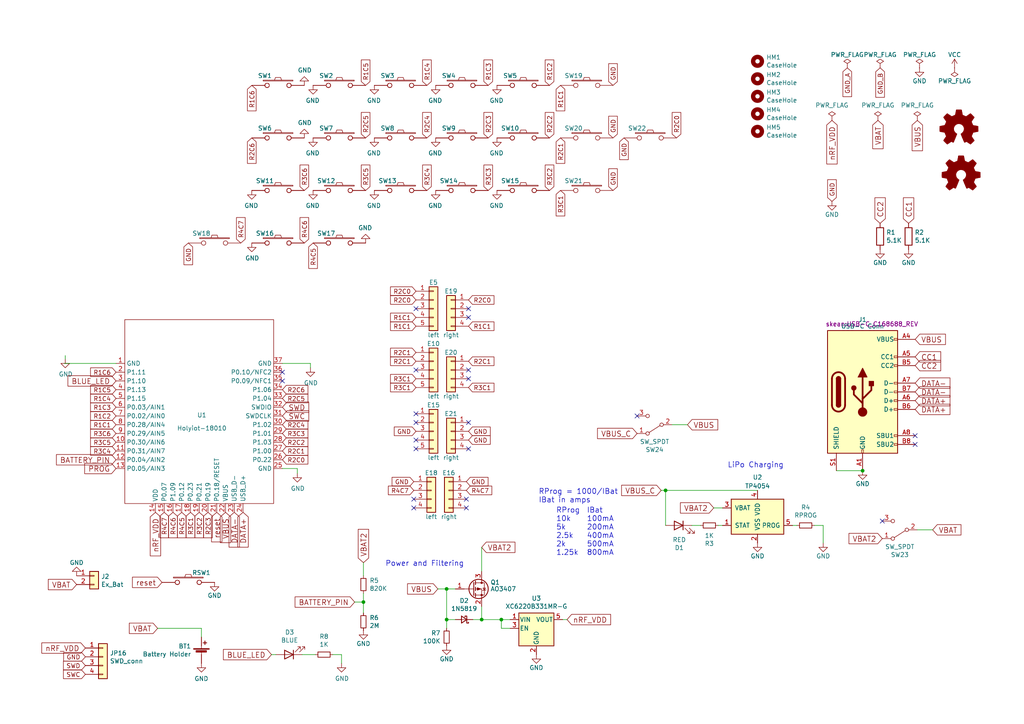
<source format=kicad_sch>
(kicad_sch (version 20211123) (generator eeschema)
  (paper "A4")
  (title_block (title "jorian") (date "22 07 2017"))
  (lib_symbols
    (symbol "Battery_Management:MCP73831-3-OT" (pin_names (offset 1.016))
      (property "Reference" "U" (at -7.62 6.35 0))
      (property "Value" "MCP73831-3-OT" (at 1.27 6.35 0))
      (symbol "MCP73831-3-OT_1_1"
        (pin output line (at 10.16 -2.54 180) (length 2.54) (name "STAT") (number "1"))
        (pin power_in line (at 0 -7.62 90) (length 2.54) (name "VSS") (number "2"))
        (pin power_out line (at 10.16 2.54 180) (length 2.54) (name "VBAT") (number "3"))
        (pin power_in line (at 0 7.62 270) (length 2.54) (name "VDD") (number "4"))
        (pin input line (at -10.16 -2.54 0) (length 2.54) (name "PROG") (number "5"))
      )
    )
    (symbol "Connector:USB_C_Receptacle_USB2.0" (pin_names (offset 1.016))
      (property "Reference" "J" (at -10.16 19.05 0))
      (property "Value" "USB_C_Receptacle_USB2.0" (at 19.05 19.05 0))
      (symbol "USB_C_Receptacle_USB2.0_1_1"
        (pin passive line (at 0 -22.86 90) (length 5.08) (name "GND") (number "A1"))
        (pin passive line (at 0 -22.86 90) (length 5.08) hide (name "GND") (number "A12"))
        (pin passive line (at 15.24 15.24 180) (length 5.08) (name "VBUS") (number "A4"))
        (pin bidirectional line (at 15.24 10.16 180) (length 5.08) (name "CC1") (number "A5"))
        (pin bidirectional line (at 15.24 -2.54 180) (length 5.08) (name "D+") (number "A6"))
        (pin bidirectional line (at 15.24 2.54 180) (length 5.08) (name "D-") (number "A7"))
        (pin bidirectional line (at 15.24 -12.7 180) (length 5.08) (name "SBU1") (number "A8"))
        (pin passive line (at 15.24 15.24 180) (length 5.08) hide (name "VBUS") (number "A9"))
        (pin passive line (at 0 -22.86 90) (length 5.08) hide (name "GND") (number "B1"))
        (pin passive line (at 0 -22.86 90) (length 5.08) hide (name "GND") (number "B12"))
        (pin passive line (at 15.24 15.24 180) (length 5.08) hide (name "VBUS") (number "B4"))
        (pin bidirectional line (at 15.24 7.62 180) (length 5.08) (name "CC2") (number "B5"))
        (pin bidirectional line (at 15.24 -5.08 180) (length 5.08) (name "D+") (number "B6"))
        (pin bidirectional line (at 15.24 0 180) (length 5.08) (name "D-") (number "B7"))
        (pin bidirectional line (at 15.24 -15.24 180) (length 5.08) (name "SBU2") (number "B8"))
        (pin passive line (at 15.24 15.24 180) (length 5.08) hide (name "VBUS") (number "B9"))
        (pin passive line (at -7.62 -22.86 90) (length 5.08) (name "SHIELD") (number "S1"))
      )
    )
    (symbol "Connector_Generic:Conn_01x02" (pin_names (offset 1.016) hide)
      (property "Reference" "J" (at 0 2.54 0))
      (property "Value" "Conn_01x02" (at 0 -5.08 0))
      (symbol "Conn_01x02_1_1"
        (pin passive line (at -5.08 0 0) (length 3.81) (name "Pin_1") (number "1"))
        (pin passive line (at -5.08 -2.54 0) (length 3.81) (name "Pin_2") (number "2"))
      )
    )
    (symbol "Connector_Generic:Conn_01x04" (pin_names (offset 1.016) hide)
      (property "Reference" "J" (at 0 5.08 0))
      (property "Value" "Conn_01x04" (at 0 -7.62 0))
      (symbol "Conn_01x04_1_1"
        (pin passive line (at -5.08 2.54 0) (length 3.81) (name "Pin_1") (number "1"))
        (pin passive line (at -5.08 0 0) (length 3.81) (name "Pin_2") (number "2"))
        (pin passive line (at -5.08 -2.54 0) (length 3.81) (name "Pin_3") (number "3"))
        (pin passive line (at -5.08 -5.08 0) (length 3.81) (name "Pin_4") (number "4"))
      )
    )
    (symbol "Connector_Generic:Conn_01x05" (pin_names (offset 1.016) hide)
      (property "Reference" "J" (at 0 7.62 0))
      (property "Value" "Conn_01x05" (at 0 -7.62 0))
      (symbol "Conn_01x05_1_1"
        (pin passive line (at -5.08 5.08 0) (length 3.81) (name "Pin_1") (number "1"))
        (pin passive line (at -5.08 2.54 0) (length 3.81) (name "Pin_2") (number "2"))
        (pin passive line (at -5.08 0 0) (length 3.81) (name "Pin_3") (number "3"))
        (pin passive line (at -5.08 -2.54 0) (length 3.81) (name "Pin_4") (number "4"))
        (pin passive line (at -5.08 -5.08 0) (length 3.81) (name "Pin_5") (number "5"))
      )
    )
    (symbol "Device:Battery_Cell" (pin_numbers hide) (pin_names (offset 0) hide)
      (property "Reference" "BT" (at 2.54 2.54 0))
      (property "Value" "Battery_Cell" (at 2.54 0 0))
      (symbol "Battery_Cell_1_1"
        (pin passive line (at 0 5.08 270) (length 2.54) (name "+") (number "1"))
        (pin passive line (at 0 -2.54 90) (length 2.54) (name "-") (number "2"))
      )
    )
    (symbol "Device:D_Schottky_Small" (pin_numbers hide) (pin_names (offset 0.254) hide)
      (property "Reference" "D" (at -1.27 2.032 0))
      (property "Value" "D_Schottky_Small" (at -7.112 -2.032 0))
      (symbol "D_Schottky_Small_1_1"
        (pin passive line (at -2.54 0 0) (length 1.778) (name "K") (number "1"))
        (pin passive line (at 2.54 0 180) (length 1.778) (name "A") (number "2"))
      )
    )
    (symbol "Device:LED" (pin_numbers hide) (pin_names (offset 1.016) hide)
      (property "Reference" "D" (at 0 2.54 0))
      (property "Value" "LED" (at 0 -2.54 0))
      (symbol "LED_1_1"
        (pin passive line (at -3.81 0 0) (length 2.54) (name "K") (number "1"))
        (pin passive line (at 3.81 0 180) (length 2.54) (name "A") (number "2"))
      )
    )
    (symbol "Device:Q_PMOS_GSD" (pin_names (offset 0) hide)
      (property "Reference" "Q" (at 5.08 1.27 0))
      (property "Value" "Q_PMOS_GSD" (at 5.08 -1.27 0))
      (symbol "Q_PMOS_GSD_1_1"
        (pin input line (at -5.08 0 0) (length 2.54) (name "G") (number "1"))
        (pin passive line (at 2.54 -5.08 90) (length 2.54) (name "S") (number "2"))
        (pin passive line (at 2.54 5.08 270) (length 2.54) (name "D") (number "3"))
      )
    )
    (symbol "Device:R" (pin_numbers hide) (pin_names (offset 0))
      (property "Reference" "R" (at 2.032 0 90))
      (property "Value" "R" (at 0 0 90))
      (symbol "R_1_1"
        (pin passive line (at 0 3.81 270) (length 1.27) (name "~") (number "1"))
        (pin passive line (at 0 -3.81 90) (length 1.27) (name "~") (number "2"))
      )
    )
    (symbol "Device:R_Small" (pin_numbers hide) (pin_names (offset 0.254) hide)
      (property "Reference" "R" (at 0.762 0.508 0))
      (property "Value" "R_Small" (at 0.762 -1.016 0))
      (symbol "R_Small_1_1"
        (pin passive line (at 0 2.54 270) (length 0.762) (name "~") (number "1"))
        (pin passive line (at 0 -2.54 90) (length 0.762) (name "~") (number "2"))
      )
    )
    (symbol "Graphic:Logo_Open_Hardware_Small" (pin_names (offset 1.016)))
    (symbol "Mechanical:MountingHole" (pin_names (offset 1.016))
      (property "Reference" "H" (at 0 5.08 0))
      (property "Value" "MountingHole" (at 0 3.175 0))
    )
    (symbol "Regulator_Linear:AP2112K-3.3" (pin_names (offset 0.254))
      (property "Reference" "U" (at -5.08 5.715 0))
      (property "Value" "AP2112K-3.3" (at 0 5.715 0))
      (symbol "AP2112K-3.3_1_1"
        (pin power_in line (at -7.62 2.54 0) (length 2.54) (name "VIN") (number "1"))
        (pin power_in line (at 0 -7.62 90) (length 2.54) (name "GND") (number "2"))
        (pin input line (at -7.62 0 0) (length 2.54) (name "EN") (number "3"))
        (pin no_connect line (at 5.08 0 180) (length 2.54) hide (name "NC") (number "4"))
        (pin power_out line (at 7.62 2.54 180) (length 2.54) (name "VOUT") (number "5"))
      )
    )
    (symbol "Switch:SW_SPDT" (pin_names (offset 0) hide)
      (property "Reference" "SW" (at 0 4.318 0))
      (property "Value" "SW_SPDT" (at 0 -5.08 0))
      (symbol "SW_SPDT_1_1"
        (pin passive line (at 5.08 2.54 180) (length 2.54) (name "A") (number "1"))
        (pin passive line (at -5.08 0 0) (length 2.54) (name "B") (number "2"))
        (pin passive line (at 5.08 -2.54 180) (length 2.54) (name "C") (number "3"))
      )
    )
    (symbol "kbd:SW_PUSH" (pin_numbers hide) (pin_names (offset 1.016) hide)
      (property "Reference" "SW" (at 3.81 2.794 0))
      (property "Value" "SW_PUSH" (at 0 -2.032 0))
      (symbol "SW_PUSH_0_1"
        (pin passive inverted (at -7.62 0 0) (length 5.08) (name "1") (number "1"))
        (pin passive inverted (at 7.62 0 180) (length 5.08) (name "2") (number "2"))
      )
    )
    (symbol "kbd_wl:HOLYIOT-18010-NRF52840_Simple"
      (property "Reference" "U1" (at 0 31.75 0))
      (property "Value" "HOLYIOT-18010-NRF52840_Simple" (at 0 29.21 0))
      (symbol "HOLYIOT-18010-NRF52840_Simple_1_1"
        (pin power_in line (at -24.13 15.24 0) (length 2.54) (name "GND") (number "1"))
        (pin input line (at -24.13 -7.62 0) (length 2.54) (name "P0.30/AIN6") (number "10"))
        (pin input line (at -24.13 -10.16 0) (length 2.54) (name "P0.31/AIN7") (number "11"))
        (pin input line (at -24.13 -12.7 0) (length 2.54) (name "P0.04/AIN2") (number "12"))
        (pin input line (at -24.13 -15.24 0) (length 2.54) (name "P0.05/AIN3") (number "13"))
        (pin power_in line (at -12.7 -27.94 90) (length 2.54) (name "VDD") (number "14"))
        (pin input line (at -10.16 -27.94 90) (length 2.54) (name "P0.07") (number "15"))
        (pin input line (at -7.62 -27.94 90) (length 2.54) (name "P1.09") (number "16"))
        (pin input line (at -5.08 -27.94 90) (length 2.54) (name "P0.12") (number "17"))
        (pin input line (at -2.54 -27.94 90) (length 2.54) (name "P0.23") (number "18"))
        (pin input line (at 0 -27.94 90) (length 2.54) (name "P0.21") (number "19"))
        (pin input line (at -24.13 12.7 0) (length 2.54) (name "P1.11") (number "2"))
        (pin input line (at 2.54 -27.94 90) (length 2.54) (name "P0.19") (number "20"))
        (pin input line (at 5.08 -27.94 90) (length 2.54) (name "P0.18/RESET") (number "21"))
        (pin power_in line (at 7.62 -27.94 90) (length 2.54) (name "VBUS") (number "22"))
        (pin input line (at 10.16 -27.94 90) (length 2.54) (name "USB_D-") (number "23"))
        (pin input line (at 12.7 -27.94 90) (length 2.54) (name "USB_D+") (number "24"))
        (pin power_in line (at 24.13 -15.24 180) (length 2.54) (name "GND") (number "25"))
        (pin input line (at 24.13 -12.7 180) (length 2.54) (name "P0.22") (number "26"))
        (pin input line (at 24.13 -10.16 180) (length 2.54) (name "P1.00") (number "27"))
        (pin input line (at 24.13 -7.62 180) (length 2.54) (name "P1.03") (number "28"))
        (pin input line (at 24.13 -5.08 180) (length 2.54) (name "P1.01") (number "29"))
        (pin input line (at -24.13 10.16 0) (length 2.54) (name "P1.10") (number "3"))
        (pin input line (at 24.13 -2.54 180) (length 2.54) (name "P1.02") (number "30"))
        (pin input line (at 24.13 0 180) (length 2.54) (name "SWDCLK") (number "31"))
        (pin input line (at 24.13 2.54 180) (length 2.54) (name "SWDIO") (number "32"))
        (pin input line (at 24.13 5.08 180) (length 2.54) (name "P1.04") (number "33"))
        (pin input line (at 24.13 7.62 180) (length 2.54) (name "P1.06") (number "34"))
        (pin input line (at 24.13 10.16 180) (length 2.54) (name "P0.09/NFC1") (number "35"))
        (pin input line (at 24.13 12.7 180) (length 2.54) (name "P0.10/NFC2") (number "36"))
        (pin power_in line (at 24.13 15.24 180) (length 2.54) (name "GND") (number "37"))
        (pin input line (at -24.13 7.62 0) (length 2.54) (name "P1.13") (number "4"))
        (pin input line (at -24.13 5.08 0) (length 2.54) (name "P1.15") (number "5"))
        (pin input line (at -24.13 2.54 0) (length 2.54) (name "P0.03/AIN1") (number "6"))
        (pin input line (at -24.13 0 0) (length 2.54) (name "P0.02/AIN0") (number "7"))
        (pin input line (at -24.13 -2.54 0) (length 2.54) (name "P0.28/AIN4") (number "8"))
        (pin input line (at -24.13 -5.08 0) (length 2.54) (name "P0.29/AIN5") (number "9"))
      )
    )
    (symbol "power:GND" (power) (pin_names (offset 0))
      (property "Value" "GND" (at 0 -3.81 0))
      (symbol "GND_1_1"
        (pin power_in line (at 0 0 270) (length 0) hide (name "GND") (number "1"))
      )
    )
    (symbol "power:PWR_FLAG" (power) (pin_numbers hide) (pin_names (offset 0) hide)
      (property "Value" "PWR_FLAG" (at 0 3.81 0))
      (symbol "PWR_FLAG_0_0"
        (pin power_out line (at 0 0 90) (length 0) (name "pwr") (number "1"))
      )
    )
    (symbol "power:VCC" (power) (pin_names (offset 0))
      (property "Value" "VCC" (at 0 3.81 0))
      (symbol "VCC_1_1"
        (pin power_in line (at 0 0 90) (length 0) hide (name "VCC") (number "1"))
      )
    )
  )
  (junction (at 139.7 179.705))
  (junction (at 105.41 174.625))
  (junction (at 250.19 136.525))
  (junction (at 193.04 142.24))
  (junction (at 145.415 179.705))
  (junction (at 129.54 170.815))
  (junction (at 129.54 179.705))
  (no_connect (at 81.915 107.95))
  (no_connect (at 184.785 120.65))
  (no_connect (at 81.915 110.49))
  (no_connect (at 120.65 120.015))
  (no_connect (at 120.65 122.555))
  (no_connect (at 120.65 127.635))
  (no_connect (at 120.65 130.175))
  (no_connect (at 135.89 122.555))
  (no_connect (at 135.89 130.175))
  (no_connect (at 255.905 151.13))
  (no_connect (at 265.43 128.905))
  (no_connect (at 265.43 126.365))
  (no_connect (at 120.65 89.535))
  (no_connect (at 135.89 89.535))
  (no_connect (at 135.89 92.075))
  (no_connect (at 120.015 144.78))
  (no_connect (at 120.015 147.32))
  (no_connect (at 135.255 144.78))
  (no_connect (at 135.255 147.32))
  (no_connect (at 120.65 107.315))
  (no_connect (at 135.89 107.315))
  (no_connect (at 135.89 109.855))
  (wire (pts (xy 129.54 179.705) (xy 132.08 179.705)))
  (wire (pts (xy 90.043 106.68) (xy 90.043 105.41)))
  (wire (pts (xy 236.22 152.4) (xy 238.76 152.4)))
  (wire (pts (xy 58.42 182.245) (xy 58.42 184.785)))
  (wire (pts (xy 194.945 123.19) (xy 199.39 123.19)))
  (wire (pts (xy 129.54 182.245) (xy 129.54 179.705)))
  (wire (pts (xy 147.955 182.245) (xy 145.415 182.245)))
  (wire (pts (xy 229.87 152.4) (xy 231.14 152.4)))
  (wire (pts (xy 145.415 179.705) (xy 147.955 179.705)))
  (wire (pts (xy 105.41 163.195) (xy 105.41 167.005)))
  (wire (pts (xy 193.04 142.24) (xy 191.77 142.24)))
  (wire (pts (xy 81.915 105.41) (xy 90.043 105.41)))
  (wire (pts (xy 266.065 153.67) (xy 270.51 153.67)))
  (wire (pts (xy 18.923 103.124) (xy 18.923 104.14)))
  (wire (pts (xy 78.74 189.865) (xy 80.01 189.865)))
  (wire (pts (xy 33.655 105.41) (xy 18.669 105.41)))
  (wire (pts (xy 238.76 157.48) (xy 238.76 152.4)))
  (wire (pts (xy 207.01 147.32) (xy 209.55 147.32)))
  (wire (pts (xy 200.66 152.4) (xy 203.2 152.4)))
  (wire (pts (xy 242.57 136.525) (xy 250.19 136.525)))
  (wire (pts (xy 99.06 192.405) (xy 99.06 189.865)))
  (wire (pts (xy 137.16 179.705) (xy 139.7 179.705)))
  (wire (pts (xy 193.04 142.24) (xy 193.04 152.4)))
  (wire (pts (xy 208.28 152.4) (xy 209.55 152.4)))
  (wire (pts (xy 105.41 174.625) (xy 105.41 177.8)))
  (wire (pts (xy 145.415 182.245) (xy 145.415 179.705)))
  (wire (pts (xy 127 170.815) (xy 129.54 170.815)))
  (wire (pts (xy 139.7 158.75) (xy 139.7 165.735)))
  (wire (pts (xy 87.63 189.865) (xy 91.44 189.865)))
  (wire (pts (xy 163.195 179.705) (xy 164.465 179.705)))
  (wire (pts (xy 86.233 135.89) (xy 86.233 137.287)))
  (wire (pts (xy 105.41 172.085) (xy 105.41 174.625)))
  (wire (pts (xy 193.04 142.24) (xy 219.71 142.24)))
  (wire (pts (xy 139.7 175.895) (xy 139.7 179.705)))
  (wire (pts (xy 96.52 189.865) (xy 99.06 189.865)))
  (wire (pts (xy 139.7 179.705) (xy 145.415 179.705)))
  (wire (pts (xy 129.54 179.705) (xy 129.54 170.815)))
  (wire (pts (xy 81.915 135.89) (xy 86.233 135.89)))
  (wire (pts (xy 102.87 174.625) (xy 105.41 174.625)))
  (wire (pts (xy 129.54 170.815) (xy 132.08 170.815)))
  (wire (pts (xy 45.72 182.245) (xy 58.42 182.245)))
  (text "Power and Filtering" (at 111.76 164.465 0) (effects (font (size 1.524 1.524)) (justify left bottom)))
  (text "IBat\n100mA\n200mA\n400mA\n500mA\n800mA" (at 170.18 161.29 0) (effects (font (size 1.524 1.524)) (justify left bottom)))
  (text "RProg\n10k\n5k\n2.5k\n2k\n1.25k" (at 161.29 161.29 0) (effects (font (size 1.524 1.524)) (justify left bottom)))
  (text "LiPo Charging\n" (at 227.33 135.89 180) (effects (font (size 1.524 1.524)) (justify right bottom)))
  (text "RProg = 1000/IBat\nIBat in amps" (at 156.21 146.05 0) (effects (font (size 1.524 1.524)) (justify left bottom)))
  (global_label "VBUS" (shape input) (at 65.405 148.59 270) (effects (font (size 1.524 1.524))) (property "Intersheet References" "${INTERSHEET_REFS}" (effects hide)))
  (global_label "VBAT" (shape input) (at 22.225 169.545 180) (effects (font (size 1.524 1.524))) (property "Intersheet References" "${INTERSHEET_REFS}" (effects hide)))
  (global_label "R4C7" (shape input) (at 120.015 142.24 180) (property "Intersheet References" "${INTERSHEET_REFS}" (effects hide)))
  (global_label "GND" (shape input) (at 241.3 58.42 90) (property "Intersheet References" "${INTERSHEET_REFS}" (effects hide)))
  (global_label "R1C2" (shape input) (at 33.655 120.65 180) (property "Intersheet References" "${INTERSHEET_REFS}" (effects hide)))
  (global_label "GND" (shape input) (at 54.61 70.485 270) (property "Intersheet References" "${INTERSHEET_REFS}" (effects hide)))
  (global_label "BLUE_LED" (shape input) (at 78.74 189.865 180) (effects (font (size 1.524 1.524))) (property "Intersheet References" "${INTERSHEET_REFS}" (effects hide)))
  (global_label "VBUS" (shape input) (at 266.065 34.925 270) (effects (font (size 1.524 1.524))) (property "Intersheet References" "${INTERSHEET_REFS}" (effects hide)))
  (global_label "R2C5" (shape input) (at 81.915 115.57 0) (property "Intersheet References" "${INTERSHEET_REFS}" (effects hide)))
  (global_label "SWD" (shape input) (at 24.765 193.04 180) (property "Intersheet References" "${INTERSHEET_REFS}" (effects hide)))
  (global_label "R1C3" (shape input) (at 33.655 118.11 180) (property "Intersheet References" "${INTERSHEET_REFS}" (effects hide)))
  (global_label "DATA+" (shape input) (at 265.43 118.745 0) (effects (font (size 1.524 1.524))) (property "Intersheet References" "${INTERSHEET_REFS}" (effects hide)))
  (global_label "DATA-" (shape input) (at 67.945 148.59 270) (effects (font (size 1.524 1.524))) (property "Intersheet References" "${INTERSHEET_REFS}" (effects hide)))
  (global_label "R2C2" (shape input) (at 81.915 128.27 0) (property "Intersheet References" "${INTERSHEET_REFS}" (effects hide)))
  (global_label "CC1" (shape input) (at 263.525 64.77 90) (effects (font (size 1.524 1.524))) (property "Intersheet References" "${INTERSHEET_REFS}" (effects hide)))
  (global_label "R3C1" (shape input) (at 120.65 112.395 180) (property "Intersheet References" "${INTERSHEET_REFS}" (effects hide)))
  (global_label "CC1" (shape input) (at 265.43 103.505 0) (effects (font (size 1.524 1.524))) (property "Intersheet References" "${INTERSHEET_REFS}" (effects hide)))
  (global_label "R1C4" (shape input) (at 123.825 24.765 90) (property "Intersheet References" "${INTERSHEET_REFS}" (effects hide)))
  (global_label "R3C1" (shape input) (at 162.56 55.245 270) (property "Intersheet References" "${INTERSHEET_REFS}" (effects hide)))
  (global_label "R4C7" (shape input) (at 47.625 148.59 270) (property "Intersheet References" "${INTERSHEET_REFS}" (effects hide)))
  (global_label "R3C1" (shape input) (at 135.89 112.395 0) (property "Intersheet References" "${INTERSHEET_REFS}" (effects hide)))
  (global_label "R1C5" (shape input) (at 33.655 113.03 180) (property "Intersheet References" "${INTERSHEET_REFS}" (effects hide)))
  (global_label "R1C1" (shape input) (at 120.65 92.075 180) (property "Intersheet References" "${INTERSHEET_REFS}" (effects hide)))
  (global_label "R2C1" (shape input) (at 81.915 130.81 0) (property "Intersheet References" "${INTERSHEET_REFS}" (effects hide)))
  (global_label "GND" (shape input) (at 177.8 24.765 90) (property "Intersheet References" "${INTERSHEET_REFS}" (effects hide)))
  (global_label "VBAT" (shape input) (at 254.635 34.925 270) (effects (font (size 1.524 1.524))) (property "Intersheet References" "${INTERSHEET_REFS}" (effects hide)))
  (global_label "R1C6" (shape input) (at 33.655 107.95 180) (property "Intersheet References" "${INTERSHEET_REFS}" (effects hide)))
  (global_label "R1C6" (shape input) (at 73.025 24.765 270) (property "Intersheet References" "${INTERSHEET_REFS}" (effects hide)))
  (global_label "R2C3" (shape input) (at 141.605 40.005 90) (property "Intersheet References" "${INTERSHEET_REFS}" (effects hide)))
  (global_label "VBAT2" (shape input) (at 207.01 147.32 180) (effects (font (size 1.524 1.524))) (property "Intersheet References" "${INTERSHEET_REFS}" (effects hide)))
  (global_label "R3C4" (shape input) (at 33.655 130.81 180) (property "Intersheet References" "${INTERSHEET_REFS}" (effects hide)))
  (global_label "VBUS_C" (shape input) (at 184.785 125.73 180) (effects (font (size 1.524 1.524))) (property "Intersheet References" "${INTERSHEET_REFS}" (effects hide)))
  (global_label "R1C4" (shape input) (at 33.655 115.57 180) (property "Intersheet References" "${INTERSHEET_REFS}" (effects hide)))
  (global_label "DATA+" (shape input) (at 70.485 148.59 270) (effects (font (size 1.524 1.524))) (property "Intersheet References" "${INTERSHEET_REFS}" (effects hide)))
  (global_label "VBUS" (shape input) (at 265.43 98.425 0) (effects (font (size 1.524 1.524))) (property "Intersheet References" "${INTERSHEET_REFS}" (effects hide)))
  (global_label "reset" (shape input) (at 62.865 148.59 270) (effects (font (size 1.524 1.524))) (property "Intersheet References" "${INTERSHEET_REFS}" (effects hide)))
  (global_label "SWD" (shape input) (at 81.915 118.11 0) (effects (font (size 1.524 1.524))) (property "Intersheet References" "${INTERSHEET_REFS}" (effects hide)))
  (global_label "R3C3" (shape input) (at 141.605 55.245 90) (property "Intersheet References" "${INTERSHEET_REFS}" (effects hide)))
  (global_label "R4C5" (shape input) (at 52.705 148.59 270) (property "Intersheet References" "${INTERSHEET_REFS}" (effects hide)))
  (global_label "GND" (shape input) (at 135.89 125.095 0) (property "Intersheet References" "${INTERSHEET_REFS}" (effects hide)))
  (global_label "R2C6" (shape input) (at 73.025 40.005 270) (property "Intersheet References" "${INTERSHEET_REFS}" (effects hide)))
  (global_label "R1C1" (shape input) (at 135.89 94.615 0) (property "Intersheet References" "${INTERSHEET_REFS}" (effects hide)))
  (global_label "GND" (shape input) (at 135.255 139.7 0) (property "Intersheet References" "${INTERSHEET_REFS}" (effects hide)))
  (global_label "R4C7" (shape input) (at 69.85 70.485 90) (property "Intersheet References" "${INTERSHEET_REFS}" (effects hide)))
  (global_label "R1C2" (shape input) (at 159.385 24.765 90) (property "Intersheet References" "${INTERSHEET_REFS}" (effects hide)))
  (global_label "R2C0" (shape input) (at 81.915 133.35 0) (property "Intersheet References" "${INTERSHEET_REFS}" (effects hide)))
  (global_label "VBAT" (shape input) (at 45.72 182.245 180) (effects (font (size 1.524 1.524))) (property "Intersheet References" "${INTERSHEET_REFS}" (effects hide)))
  (global_label "SWC" (shape input) (at 81.915 120.65 0) (effects (font (size 1.524 1.524))) (property "Intersheet References" "${INTERSHEET_REFS}" (effects hide)))
  (global_label "R3C5" (shape input) (at 106.045 55.245 90) (property "Intersheet References" "${INTERSHEET_REFS}" (effects hide)))
  (global_label "nRF_VDD" (shape input) (at 241.3 34.925 270) (effects (font (size 1.524 1.524))) (property "Intersheet References" "${INTERSHEET_REFS}" (effects hide)))
  (global_label "GND_B" (shape input) (at 255.27 19.685 270) (property "Intersheet References" "${INTERSHEET_REFS}" (effects hide)))
  (global_label "R2C0" (shape input) (at 120.65 84.455 180) (property "Intersheet References" "${INTERSHEET_REFS}" (effects hide)))
  (global_label "BATTERY_PIN" (shape input) (at 33.655 133.35 180) (effects (font (size 1.524 1.524))) (property "Intersheet References" "${INTERSHEET_REFS}" (effects hide)))
  (global_label "R4C6" (shape input) (at 50.165 148.59 270) (property "Intersheet References" "${INTERSHEET_REFS}" (effects hide)))
  (global_label "R2C5" (shape input) (at 106.045 40.005 90) (property "Intersheet References" "${INTERSHEET_REFS}" (effects hide)))
  (global_label "R2C1" (shape input) (at 120.65 104.775 180) (property "Intersheet References" "${INTERSHEET_REFS}" (effects hide)))
  (global_label "nRF_VDD" (shape input) (at 24.765 187.96 180) (effects (font (size 1.524 1.524))) (property "Intersheet References" "${INTERSHEET_REFS}" (effects hide)))
  (global_label "R2C6" (shape input) (at 81.915 113.03 0) (property "Intersheet References" "${INTERSHEET_REFS}" (effects hide)))
  (global_label "VBAT2" (shape input) (at 139.7 158.75 0) (effects (font (size 1.524 1.524))) (property "Intersheet References" "${INTERSHEET_REFS}" (effects hide)))
  (global_label "GND_A" (shape input) (at 245.745 19.685 270) (property "Intersheet References" "${INTERSHEET_REFS}" (effects hide)))
  (global_label "VBAT2" (shape input) (at 105.41 163.195 90) (effects (font (size 1.524 1.524))) (property "Intersheet References" "${INTERSHEET_REFS}" (effects hide)))
  (global_label "R4C6" (shape input) (at 88.265 70.485 90) (property "Intersheet References" "${INTERSHEET_REFS}" (effects hide)))
  (global_label "VBAT" (shape input) (at 270.51 153.67 0) (effects (font (size 1.524 1.524))) (property "Intersheet References" "${INTERSHEET_REFS}" (effects hide)))
  (global_label "BLUE_LED" (shape input) (at 33.655 110.49 180) (effects (font (size 1.524 1.524))) (property "Intersheet References" "${INTERSHEET_REFS}" (effects hide)))
  (global_label "GND" (shape input) (at 120.015 139.7 180) (property "Intersheet References" "${INTERSHEET_REFS}" (effects hide)))
  (global_label "SWC" (shape input) (at 24.765 195.58 180) (property "Intersheet References" "${INTERSHEET_REFS}" (effects hide)))
  (global_label "R3C3" (shape input) (at 81.915 125.73 0) (property "Intersheet References" "${INTERSHEET_REFS}" (effects hide)))
  (global_label "R3C1" (shape input) (at 55.245 148.59 270) (property "Intersheet References" "${INTERSHEET_REFS}" (effects hide)))
  (global_label "CC2" (shape input) (at 265.43 106.045 0) (effects (font (size 1.524 1.524))) (property "Intersheet References" "${INTERSHEET_REFS}" (effects hide)))
  (global_label "R1C1" (shape input) (at 162.56 24.765 270) (property "Intersheet References" "${INTERSHEET_REFS}" (effects hide)))
  (global_label "VBUS" (shape input) (at 127 170.815 180) (effects (font (size 1.524 1.524))) (property "Intersheet References" "${INTERSHEET_REFS}" (effects hide)))
  (global_label "R1C1" (shape input) (at 33.655 123.19 180) (property "Intersheet References" "${INTERSHEET_REFS}" (effects hide)))
  (global_label "R2C0" (shape input) (at 196.215 40.005 90) (property "Intersheet References" "${INTERSHEET_REFS}" (effects hide)))
  (global_label "VBUS_C" (shape input) (at 191.77 142.24 180) (effects (font (size 1.524 1.524))) (property "Intersheet References" "${INTERSHEET_REFS}" (effects hide)))
  (global_label "R3C6" (shape input) (at 33.655 125.73 180) (property "Intersheet References" "${INTERSHEET_REFS}" (effects hide)))
  (global_label "VBAT2" (shape input) (at 255.905 156.21 180) (effects (font (size 1.524 1.524))) (property "Intersheet References" "${INTERSHEET_REFS}" (effects hide)))
  (global_label "R2C2" (shape input) (at 159.385 40.005 90) (property "Intersheet References" "${INTERSHEET_REFS}" (effects hide)))
  (global_label "BATTERY_PIN" (shape input) (at 102.87 174.625 180) (effects (font (size 1.524 1.524))) (property "Intersheet References" "${INTERSHEET_REFS}" (effects hide)))
  (global_label "GND" (shape input) (at 180.975 40.005 270) (property "Intersheet References" "${INTERSHEET_REFS}" (effects hide)))
  (global_label "R2C4" (shape input) (at 81.915 123.19 0) (property "Intersheet References" "${INTERSHEET_REFS}" (effects hide)))
  (global_label "GND" (shape input) (at 177.8 55.245 90) (property "Intersheet References" "${INTERSHEET_REFS}" (effects hide)))
  (global_label "CC2" (shape input) (at 255.27 64.77 90) (effects (font (size 1.524 1.524))) (property "Intersheet References" "${INTERSHEET_REFS}" (effects hide)))
  (global_label "R2C1" (shape input) (at 162.56 40.005 270) (property "Intersheet References" "${INTERSHEET_REFS}" (effects hide)))
  (global_label "R1C5" (shape input) (at 106.045 24.765 90) (property "Intersheet References" "${INTERSHEET_REFS}" (effects hide)))
  (global_label "GND" (shape input) (at 135.89 127.635 0) (property "Intersheet References" "${INTERSHEET_REFS}" (effects hide)))
  (global_label "VBUS" (shape input) (at 199.39 123.19 0) (effects (font (size 1.524 1.524))) (property "Intersheet References" "${INTERSHEET_REFS}" (effects hide)))
  (global_label "R1C1" (shape input) (at 120.65 94.615 180) (property "Intersheet References" "${INTERSHEET_REFS}" (effects hide)))
  (global_label "R3C1" (shape input) (at 120.65 109.855 180) (property "Intersheet References" "${INTERSHEET_REFS}" (effects hide)))
  (global_label "R1C3" (shape input) (at 141.605 24.765 90) (property "Intersheet References" "${INTERSHEET_REFS}" (effects hide)))
  (global_label "R4C7" (shape input) (at 135.255 142.24 0) (property "Intersheet References" "${INTERSHEET_REFS}" (effects hide)))
  (global_label "GND" (shape input) (at 24.765 190.5 180) (property "Intersheet References" "${INTERSHEET_REFS}" (effects hide)))
  (global_label "R3C2" (shape input) (at 159.385 55.245 90) (property "Intersheet References" "${INTERSHEET_REFS}" (effects hide)))
  (global_label "DATA+" (shape input) (at 265.43 116.205 0) (effects (font (size 1.524 1.524))) (property "Intersheet References" "${INTERSHEET_REFS}" (effects hide)))
  (global_label "R2C3" (shape input) (at 60.325 148.59 270) (property "Intersheet References" "${INTERSHEET_REFS}" (effects hide)))
  (global_label "GND" (shape input) (at 177.8 40.005 90) (property "Intersheet References" "${INTERSHEET_REFS}" (effects hide)))
  (global_label "R2C4" (shape input) (at 123.825 40.005 90) (property "Intersheet References" "${INTERSHEET_REFS}" (effects hide)))
  (global_label "R2C0" (shape input) (at 120.65 86.995 180) (property "Intersheet References" "${INTERSHEET_REFS}" (effects hide)))
  (global_label "R2C1" (shape input) (at 120.65 102.235 180) (property "Intersheet References" "${INTERSHEET_REFS}" (effects hide)))
  (global_label "nRF_VDD" (shape input) (at 164.465 179.705 0) (effects (font (size 1.524 1.524))) (property "Intersheet References" "${INTERSHEET_REFS}" (effects hide)))
  (global_label "R3C5" (shape input) (at 33.655 128.27 180) (property "Intersheet References" "${INTERSHEET_REFS}" (effects hide)))
  (global_label "reset" (shape input) (at 46.99 168.91 180) (effects (font (size 1.524 1.524))) (property "Intersheet References" "${INTERSHEET_REFS}" (effects hide)))
  (global_label "R3C2" (shape input) (at 57.785 148.59 270) (property "Intersheet References" "${INTERSHEET_REFS}" (effects hide)))
  (global_label "R3C6" (shape input) (at 88.265 55.245 90) (property "Intersheet References" "${INTERSHEET_REFS}" (effects hide)))
  (global_label "DATA-" (shape input) (at 265.43 111.125 0) (effects (font (size 1.524 1.524))) (property "Intersheet References" "${INTERSHEET_REFS}" (effects hide)))
  (global_label "R3C4" (shape input) (at 123.825 55.245 90) (property "Intersheet References" "${INTERSHEET_REFS}" (effects hide)))
  (global_label "DATA-" (shape input) (at 265.43 113.665 0) (effects (font (size 1.524 1.524))) (property "Intersheet References" "${INTERSHEET_REFS}" (effects hide)))
  (global_label "R2C0" (shape input) (at 135.89 86.995 0) (property "Intersheet References" "${INTERSHEET_REFS}" (effects hide)))
  (global_label "GND" (shape input) (at 120.65 125.095 180) (property "Intersheet References" "${INTERSHEET_REFS}" (effects hide)))
  (global_label "nRF_VDD" (shape input) (at 45.085 148.59 270) (effects (font (size 1.524 1.524))) (property "Intersheet References" "${INTERSHEET_REFS}" (effects hide)))
  (global_label "PROG" (shape input) (at 33.655 135.89 180) (effects (font (size 1.524 1.524))) (property "Intersheet References" "${INTERSHEET_REFS}" (effects hide)))
  (global_label "R4C5" (shape input) (at 90.805 70.485 270) (property "Intersheet References" "${INTERSHEET_REFS}" (effects hide)))
  (global_label "R2C1" (shape input) (at 135.89 104.775 0) (property "Intersheet References" "${INTERSHEET_REFS}" (effects hide)))
  (symbol (lib_id "Device:Battery_Cell") (at 58.42 189.865 0) (unit 1)
    (property "Reference" "BT1" (at 55.4482 187.4266 0) (effects (justify right)))
    (property "Value" "Battery Holder" (at 55.4482 189.738 0) (effects (justify right)))
    (property "Footprint" "kbd:cr2032_bs-7" (effects hide))
  )
  (symbol (lib_id "Graphic:Logo_Open_Hardware_Small") (at 278.13 37.465 0) (unit 1)
    (property "Reference" "G1" (effects hide))
    (property "Value" "Logo_Open_Hardware_Small" (effects hide))
    (property "Footprint" "kbd:jorian_logo" (effects hide))
  )
  (symbol (lib_id "Graphic:Logo_Open_Hardware_Small") (at 278.765 50.8 0) (unit 1)
    (property "Reference" "G2" (effects hide))
    (property "Value" "Logo_Open_Hardware_Small" (effects hide))
    (property "Footprint" "kbd:jorian_logo" (effects hide))
  )
  (symbol (lib_id "power:GND") (at 266.7 19.685 0) (unit 1)
    (property "Reference" "#PWR0110" (effects hide))
    (property "Value" "GND" (at 266.7 23.495 0))
  )
  (symbol (lib_id "power:VCC") (at 276.86 19.685 0) (unit 1)
    (property "Reference" "#PWR0111" (effects hide))
    (property "Value" "VCC" (at 276.86 15.875 0))
  )
  (symbol (lib_id "power:PWR_FLAG") (at 276.86 19.685 180) (unit 1)
    (property "Reference" "#FLG0101" (effects hide))
    (property "Value" "PWR_FLAG" (at 276.86 23.495 0))
  )
  (symbol (lib_id "power:PWR_FLAG") (at 266.7 19.685 0) (unit 1)
    (property "Reference" "#FLG0102" (effects hide))
    (property "Value" "PWR_FLAG" (at 266.7 15.875 0))
  )
  (symbol (lib_id "Connector_Generic:Conn_01x04") (at 130.81 107.315 0) (mirror y) (unit 1)
    (property "Reference" "E20" (at 130.81 102.235 0))
    (property "Value" "right" (at 130.81 114.935 0))
    (property "Footprint" "kbd:edge_conn" (effects hide))
  )
  (symbol (lib_id "Connector_Generic:Conn_01x05") (at 125.73 107.315 0) (unit 1)
    (property "Reference" "E10" (at 125.73 99.695 0))
    (property "Value" "left" (at 125.73 114.935 0))
    (property "Footprint" "kbd_jorian:edge_conn_ext" (effects hide))
  )
  (symbol (lib_id "Connector_Generic:Conn_01x04") (at 29.845 190.5 0) (unit 1)
    (property "Reference" "JP16" (at 31.877 189.4332 0) (effects (justify left)))
    (property "Value" "SWD_conn" (at 31.877 191.7446 0) (effects (justify left)))
    (property "Footprint" "kbd:connector_swd" (effects hide))
  )
  (symbol (lib_id "Connector_Generic:Conn_01x04") (at 130.175 142.24 0) (mirror y) (unit 1)
    (property "Reference" "E16" (at 130.175 137.16 0))
    (property "Value" "right" (at 130.175 149.86 0))
    (property "Footprint" "kbd:edge_conn" (effects hide))
  )
  (symbol (lib_id "Connector_Generic:Conn_01x04") (at 125.095 142.24 0) (unit 1)
    (property "Reference" "E18" (at 125.095 137.16 0))
    (property "Value" "left" (at 125.095 149.86 0))
    (property "Footprint" "kbd:edge_conn" (effects hide))
  )
  (symbol (lib_id "Connector_Generic:Conn_01x04") (at 130.81 89.535 0) (mirror y) (unit 1)
    (property "Reference" "E19" (at 130.81 84.455 0))
    (property "Value" "right" (at 130.81 97.155 0))
    (property "Footprint" "kbd:edge_conn" (effects hide))
  )
  (symbol (lib_id "Connector_Generic:Conn_01x05") (at 125.73 89.535 0) (unit 1)
    (property "Reference" "E5" (at 125.73 81.915 0))
    (property "Value" "left" (at 125.73 97.155 0))
    (property "Footprint" "kbd_jorian:edge_conn_ext" (effects hide))
  )
  (symbol (lib_id "Connector_Generic:Conn_01x04") (at 130.81 125.095 0) (mirror y) (unit 1)
    (property "Reference" "E21" (at 130.81 120.015 0))
    (property "Value" "right" (at 130.81 132.715 0))
    (property "Footprint" "kbd:edge_conn" (effects hide))
  )
  (symbol (lib_id "Connector_Generic:Conn_01x05") (at 125.73 125.095 0) (unit 1)
    (property "Reference" "E15" (at 125.73 117.475 0))
    (property "Value" "left" (at 125.73 132.715 0))
    (property "Footprint" "kbd_jorian:edge_conn_ext" (effects hide))
  )
  (symbol (lib_id "power:GND") (at 144.145 40.005 0) (mirror y) (unit 1)
    (property "Reference" "#PWR010" (effects hide))
    (property "Value" "GND" (at 144.018 44.3992 0))
  )
  (symbol (lib_id "kbd:SW_PUSH") (at 80.645 40.005 0) (mirror y) (unit 1)
    (property "Reference" "SW6" (at 76.835 37.211 0))
    (property "Value" "SW_PUSH" (effects hide))
    (property "Footprint" "kbd:MX-Alps-1U-REV-TOPOR" (effects hide))
  )
  (symbol (lib_id "power:GND") (at 250.19 136.525 0) (unit 1)
    (property "Reference" "#PWR023" (effects hide))
    (property "Value" "GND" (at 250.19 140.335 0))
  )
  (symbol (lib_id "kbd:SW_PUSH") (at 188.595 40.005 0) (mirror y) (unit 1)
    (property "Reference" "SW22" (at 184.785 37.211 0))
    (property "Value" "SW_PUSH" (effects hide))
    (property "Footprint" "kbd:MX-Alps-1U-REV-TOPOR" (effects hide))
  )
  (symbol (lib_id "kbd:SW_PUSH") (at 133.985 24.765 0) (mirror y) (unit 1)
    (property "Reference" "SW4" (at 130.175 21.971 0))
    (property "Value" "SW_PUSH" (effects hide))
    (property "Footprint" "kbd:MX-Alps-1U-REV-TOPOR" (effects hide))
  )
  (symbol (lib_id "Connector_Generic:Conn_01x02") (at 27.305 167.005 0) (unit 1)
    (property "Reference" "J2" (at 29.337 167.2082 0) (effects (justify left)))
    (property "Value" "Ex_Bat" (at 29.337 169.5196 0) (effects (justify left)))
    (property "Footprint" "skean:Battery_TH" (effects hide))
  )
  (symbol (lib_id "power:GND") (at 241.3 58.42 0) (unit 1)
    (property "Reference" "#PWR016" (effects hide))
    (property "Value" "GND" (at 241.3 62.23 0))
  )
  (symbol (lib_id "Battery_Management:MCP73831-3-OT") (at 219.71 149.86 0) (mirror y) (unit 1)
    (property "Reference" "U2" (at 219.71 138.43 0))
    (property "Value" "TP4054" (at 219.71 140.97 0))
    (property "Footprint" "skean:SOT-23-5_HandSoldering_REV" (effects hide))
    (property "Datasheet" "http://ww1.microchip.com/downloads/en/DeviceDoc/20001984g.pdf" (effects hide))
  )
  (symbol (lib_id "power:PWR_FLAG") (at 241.3 34.925 0) (unit 1)
    (property "Reference" "#FLG01" (effects hide))
    (property "Value" "PWR_FLAG" (at 241.3 30.5308 0))
  )
  (symbol (lib_id "power:GND") (at 219.71 157.48 0) (unit 1)
    (property "Reference" "#PWR025" (effects hide))
    (property "Value" "GND" (at 219.71 161.29 0))
  )
  (symbol (lib_id "power:GND") (at 90.805 40.005 0) (mirror y) (unit 1)
    (property "Reference" "#PWR07" (effects hide))
    (property "Value" "GND" (at 90.678 44.3992 0))
  )
  (symbol (lib_id "power:GND") (at 90.805 24.765 0) (mirror y) (unit 1)
    (property "Reference" "#PWR02" (effects hide))
    (property "Value" "GND" (at 90.678 29.1592 0))
  )
  (symbol (lib_id "kbd:SW_PUSH") (at 54.61 168.91 0) (unit 1)
    (property "Reference" "RSW1" (at 58.42 166.116 0))
    (property "Value" "SW_PUSH" (effects hide))
    (property "Footprint" "skean:SW_SPST_EVQP7C_REV" (effects hide))
  )
  (symbol (lib_id "kbd:SW_PUSH") (at 116.205 24.765 0) (mirror y) (unit 1)
    (property "Reference" "SW3" (at 112.395 21.971 0))
    (property "Value" "SW_PUSH" (effects hide))
    (property "Footprint" "kbd:MX-Alps-1U-REV-TOPOR" (effects hide))
  )
  (symbol (lib_id "Device:R_Small") (at 205.74 152.4 90) (mirror x) (unit 1)
    (property "Reference" "R3" (at 205.74 157.6578 90))
    (property "Value" "1K" (at 205.74 155.3464 90))
    (property "Footprint" "skean:R_0603_1608Metric_REV" (effects hide))
  )
  (symbol (lib_id "Device:R") (at 263.525 68.58 0) (unit 1)
    (property "Reference" "R2" (at 265.303 67.4116 0) (effects (justify left)))
    (property "Value" "5.1K" (at 265.303 69.723 0) (effects (justify left)))
    (property "Footprint" "skean:R_0603_1608Metric_REV" (effects hide))
  )
  (symbol (lib_id "Regulator_Linear:AP2112K-3.3") (at 155.575 182.245 0) (unit 1)
    (property "Reference" "U3" (at 155.575 173.5582 0))
    (property "Value" "XC6220B331MR-G" (at 155.575 175.8696 0))
    (property "Footprint" "skean:SOT-23-5_HandSoldering_REV" (effects hide))
    (property "Datasheet" "https://www.diodes.com/assets/Datasheets/AP2112.pdf" (effects hide))
  )
  (symbol (lib_id "kbd:SW_PUSH") (at 116.205 40.005 0) (mirror y) (unit 1)
    (property "Reference" "SW8" (at 112.395 37.211 0))
    (property "Value" "SW_PUSH" (effects hide))
    (property "Footprint" "kbd:MX-Alps-1U-REV-TOPOR" (effects hide))
  )
  (symbol (lib_id "power:GND") (at 58.42 192.405 0) (unit 1)
    (property "Reference" "#PWR032" (effects hide))
    (property "Value" "GND" (at 58.42 196.85 0))
  )
  (symbol (lib_id "power:GND") (at 90.043 106.68 0) (unit 1)
    (property "Reference" "#PWR022" (effects hide))
    (property "Value" "GND" (at 90.17 111.0742 0))
  )
  (symbol (lib_id "kbd:SW_PUSH") (at 170.18 24.765 0) (mirror y) (unit 1)
    (property "Reference" "SW19" (at 166.37 21.971 0))
    (property "Value" "SW_PUSH" (effects hide))
    (property "Footprint" "kbd:MX-Alps-1U-REV-TOPOR" (effects hide))
  )
  (symbol (lib_id "kbd:SW_PUSH") (at 170.18 40.005 0) (mirror y) (unit 1)
    (property "Reference" "SW20" (at 166.37 37.211 0))
    (property "Value" "SW_PUSH" (effects hide))
    (property "Footprint" "kbd:MX-Alps-1U-REV-TOPOR" (effects hide))
  )
  (symbol (lib_id "power:GND") (at 108.585 55.245 0) (mirror y) (unit 1)
    (property "Reference" "#PWR013" (effects hide))
    (property "Value" "GND" (at 108.458 59.6392 0))
  )
  (symbol (lib_id "kbd:SW_PUSH") (at 151.765 55.245 0) (mirror y) (unit 1)
    (property "Reference" "SW15" (at 147.955 52.451 0))
    (property "Value" "SW_PUSH" (effects hide))
    (property "Footprint" "kbd:MX-Alps-1U-REV-TOPOR" (effects hide))
  )
  (symbol (lib_id "kbd:SW_PUSH") (at 98.425 70.485 0) (mirror y) (unit 1)
    (property "Reference" "SW17" (at 94.615 67.691 0))
    (property "Value" "SW_PUSH" (effects hide))
    (property "Footprint" "kbd:MX-Alps-1U-REV-TOPOR" (effects hide))
  )
  (symbol (lib_id "Switch:SW_SPDT") (at 260.985 153.67 180) (unit 1)
    (property "Reference" "SW23" (at 260.985 160.909 0))
    (property "Value" "SW_SPDT" (at 260.985 158.5976 0))
    (property "Footprint" "skean:SW_SPDT+H-MSK12C01_hor(7pin_SMD)_REV" (effects hide))
  )
  (symbol (lib_id "Connector:USB_C_Receptacle_USB2.0") (at 250.19 113.665 0) (unit 1)
    (property "Reference" "J1" (at 250.19 92.71 0))
    (property "Value" "USB-C Conn" (at 250.19 94.615 0))
    (property "Footprint" "skean:USB-C_C168688_REV" (at 252.9078 93.98 0))
    (property "Datasheet" "https://www.usb.org/sites/default/files/documents/usb_type-c.zip" (effects hide))
  )
  (symbol (lib_id "Mechanical:MountingHole") (at 219.71 33.02 0) (unit 1)
    (property "Reference" "HM4" (at 222.25 31.8516 0) (effects (justify left)))
    (property "Value" "CaseHole" (at 222.25 34.163 0) (effects (justify left)))
    (property "Footprint" "kbd:M2-MountingHole-Standoff" (effects hide))
  )
  (symbol (lib_id "power:GND") (at 18.923 104.14 0) (unit 1)
    (property "Reference" "#PWR021" (effects hide))
    (property "Value" "GND" (at 19.05 108.5342 0))
  )
  (symbol (lib_id "Device:LED") (at 83.82 189.865 180) (unit 1)
    (property "Reference" "D3" (at 83.9978 183.388 0))
    (property "Value" "BLUE" (at 83.9978 185.6994 0))
    (property "Footprint" "skean:LED_0603_1608Metric_REV" (effects hide))
  )
  (symbol (lib_id "power:GND") (at 126.365 40.005 0) (mirror y) (unit 1)
    (property "Reference" "#PWR09" (effects hide))
    (property "Value" "GND" (at 126.238 44.3992 0))
  )
  (symbol (lib_id "power:GND") (at 126.365 55.245 0) (mirror y) (unit 1)
    (property "Reference" "#PWR014" (effects hide))
    (property "Value" "GND" (at 126.238 59.6392 0))
  )
  (symbol (lib_id "kbd:SW_PUSH") (at 133.985 55.245 0) (mirror y) (unit 1)
    (property "Reference" "SW14" (at 130.175 52.451 0))
    (property "Value" "SW_PUSH" (effects hide))
    (property "Footprint" "kbd:MX-Alps-1U-REV-TOPOR" (effects hide))
  )
  (symbol (lib_id "power:GND") (at 88.265 40.005 0) (mirror x) (unit 1)
    (property "Reference" "#PWR06" (effects hide))
    (property "Value" "GND" (at 88.392 35.6108 0))
  )
  (symbol (lib_id "Device:LED") (at 196.85 152.4 0) (mirror y) (unit 1)
    (property "Reference" "D1" (at 197.0278 158.877 0))
    (property "Value" "RED" (at 197.0278 156.5656 0))
    (property "Footprint" "skean:LED_0603_1608Metric_REV" (effects hide))
  )
  (symbol (lib_id "power:GND") (at 129.54 187.325 0) (unit 1)
    (property "Reference" "#PWR030" (effects hide))
    (property "Value" "GND" (at 129.54 191.135 0))
  )
  (symbol (lib_id "Mechanical:MountingHole") (at 219.71 27.94 0) (unit 1)
    (property "Reference" "HM3" (at 222.25 26.7716 0) (effects (justify left)))
    (property "Value" "CaseHole" (at 222.25 29.083 0) (effects (justify left)))
    (property "Footprint" "kbd:M2-MountingHole-Standoff" (effects hide))
  )
  (symbol (lib_id "Mechanical:MountingHole") (at 219.71 38.1 0) (unit 1)
    (property "Reference" "HM5" (at 222.25 36.9316 0) (effects (justify left)))
    (property "Value" "CaseHole" (at 222.25 39.243 0) (effects (justify left)))
    (property "Footprint" "kbd:M2-MountingHole-Standoff" (effects hide))
  )
  (symbol (lib_id "power:PWR_FLAG") (at 254.635 34.925 0) (unit 1)
    (property "Reference" "#FLG02" (effects hide))
    (property "Value" "PWR_FLAG" (at 254.635 30.5308 0))
  )
  (symbol (lib_id "power:GND") (at 62.23 168.91 0) (unit 1)
    (property "Reference" "#PWR027" (effects hide))
    (property "Value" "GND" (at 62.23 172.72 0))
  )
  (symbol (lib_id "Device:R_Small") (at 233.68 152.4 90) (mirror x) (unit 1)
    (property "Reference" "R4" (at 233.68 147.1422 90))
    (property "Value" "RPROG" (at 233.68 149.4536 90))
    (property "Footprint" "skean:R_0603_1608Metric_REV" (effects hide))
  )
  (symbol (lib_id "power:GND") (at 144.145 55.245 0) (mirror y) (unit 1)
    (property "Reference" "#PWR015" (effects hide))
    (property "Value" "GND" (at 144.018 59.6392 0))
  )
  (symbol (lib_id "power:GND") (at 108.585 40.005 0) (mirror y) (unit 1)
    (property "Reference" "#PWR08" (effects hide))
    (property "Value" "GND" (at 108.458 44.3992 0))
  )
  (symbol (lib_id "Device:R_Small") (at 93.98 189.865 90) (unit 1)
    (property "Reference" "R8" (at 93.98 184.6072 90))
    (property "Value" "1K" (at 93.98 186.9186 90))
    (property "Footprint" "skean:R_0603_1608Metric_REV" (effects hide))
  )
  (symbol (lib_id "power:PWR_FLAG") (at 255.27 19.685 0) (unit 1)
    (property "Reference" "#FLG0103" (effects hide))
    (property "Value" "PWR_FLAG" (at 255.27 15.875 0))
  )
  (symbol (lib_id "Mechanical:MountingHole") (at 219.71 17.78 0) (unit 1)
    (property "Reference" "HM1" (at 222.25 16.6116 0) (effects (justify left)))
    (property "Value" "CaseHole" (at 222.25 18.923 0) (effects (justify left)))
    (property "Footprint" "kbd:M2-MountingHole-Standoff" (effects hide))
  )
  (symbol (lib_id "kbd:SW_PUSH") (at 98.425 40.005 0) (mirror y) (unit 1)
    (property "Reference" "SW7" (at 94.615 37.211 0))
    (property "Value" "SW_PUSH" (effects hide))
    (property "Footprint" "kbd:MX-Alps-1U-REV-TOPOR" (effects hide))
  )
  (symbol (lib_id "Device:R_Small") (at 105.41 169.545 0) (unit 1)
    (property "Reference" "R5" (at 107.188 168.3766 0) (effects (justify left)))
    (property "Value" "820K" (at 107.188 170.688 0) (effects (justify left)))
    (property "Footprint" "skean:R_0603_1608Metric_REV" (effects hide))
  )
  (symbol (lib_id "power:GND") (at 99.06 192.405 0) (unit 1)
    (property "Reference" "#PWR033" (effects hide))
    (property "Value" "GND" (at 99.187 196.7992 0))
  )
  (symbol (lib_id "kbd:SW_PUSH") (at 98.425 55.245 0) (mirror y) (unit 1)
    (property "Reference" "SW12" (at 94.615 52.451 0))
    (property "Value" "SW_PUSH" (effects hide))
    (property "Footprint" "kbd:MX-Alps-1U-REV-TOPOR" (effects hide))
  )
  (symbol (lib_id "kbd:SW_PUSH") (at 151.765 40.005 0) (mirror y) (unit 1)
    (property "Reference" "SW10" (at 147.955 37.211 0))
    (property "Value" "SW_PUSH" (effects hide))
    (property "Footprint" "kbd:MX-Alps-1U-REV-TOPOR" (effects hide))
  )
  (symbol (lib_id "power:GND") (at 88.265 24.765 0) (mirror x) (unit 1)
    (property "Reference" "#PWR01" (effects hide))
    (property "Value" "GND" (at 88.392 20.3708 0))
  )
  (symbol (lib_id "power:GND") (at 106.045 70.485 180) (unit 1)
    (property "Reference" "#PWR018" (effects hide))
    (property "Value" "GND" (at 105.918 66.0908 0))
  )
  (symbol (lib_id "power:GND") (at 255.27 72.39 0) (unit 1)
    (property "Reference" "#PWR019" (effects hide))
    (property "Value" "GND" (at 255.27 76.2 0))
  )
  (symbol (lib_id "power:GND") (at 73.025 55.245 0) (mirror y) (unit 1)
    (property "Reference" "#PWR011" (effects hide))
    (property "Value" "GND" (at 72.898 59.6392 0))
  )
  (symbol (lib_id "Device:R_Small") (at 105.41 180.34 0) (unit 1)
    (property "Reference" "R6" (at 107.188 179.1716 0) (effects (justify left)))
    (property "Value" "2M" (at 107.188 181.483 0) (effects (justify left)))
    (property "Footprint" "skean:R_0603_1608Metric_REV" (effects hide))
  )
  (symbol (lib_id "power:GND") (at 86.233 137.287 0) (unit 1)
    (property "Reference" "#PWR024" (effects hide))
    (property "Value" "GND" (at 86.36 141.6812 0))
  )
  (symbol (lib_id "power:GND") (at 238.76 157.48 0) (unit 1)
    (property "Reference" "#PWR026" (effects hide))
    (property "Value" "GND" (at 238.76 161.29 0))
  )
  (symbol (lib_id "power:GND") (at 105.41 182.88 0) (unit 1)
    (property "Reference" "#PWR029" (effects hide))
    (property "Value" "GND" (at 105.41 186.69 0))
  )
  (symbol (lib_id "power:GND") (at 108.585 24.765 0) (mirror y) (unit 1)
    (property "Reference" "#PWR03" (effects hide))
    (property "Value" "GND" (at 108.458 29.1592 0))
  )
  (symbol (lib_id "kbd:SW_PUSH") (at 170.18 55.245 0) (mirror y) (unit 1)
    (property "Reference" "SW21" (at 166.37 52.451 0))
    (property "Value" "SW_PUSH" (effects hide))
    (property "Footprint" "kbd:MX-Alps-1U-REV-TOPOR" (effects hide))
  )
  (symbol (lib_id "power:PWR_FLAG") (at 266.065 34.925 0) (unit 1)
    (property "Reference" "#FLG03" (effects hide))
    (property "Value" "PWR_FLAG" (at 266.065 30.5308 0))
  )
  (symbol (lib_id "power:GND") (at 155.575 189.865 0) (unit 1)
    (property "Reference" "#PWR031" (effects hide))
    (property "Value" "GND" (at 155.575 193.675 0))
  )
  (symbol (lib_id "power:GND") (at 144.145 24.765 0) (mirror y) (unit 1)
    (property "Reference" "#PWR05" (effects hide))
    (property "Value" "GND" (at 144.018 29.1592 0))
  )
  (symbol (lib_id "power:GND") (at 73.025 70.485 0) (unit 1)
    (property "Reference" "#PWR017" (effects hide))
    (property "Value" "GND" (at 73.152 74.8792 0))
  )
  (symbol (lib_id "power:GND") (at 22.225 167.005 180) (unit 1)
    (property "Reference" "#PWR028" (effects hide))
    (property "Value" "GND" (at 22.225 163.195 0))
  )
  (symbol (lib_id "kbd:SW_PUSH") (at 116.205 55.245 0) (mirror y) (unit 1)
    (property "Reference" "SW13" (at 112.395 52.451 0))
    (property "Value" "SW_PUSH" (effects hide))
    (property "Footprint" "kbd:MX-Alps-1U-REV-TOPOR" (effects hide))
  )
  (symbol (lib_id "kbd_wl:HOLYIOT-18010-NRF52840_Simple") (at 57.785 120.65 0) (unit 1)
    (property "Reference" "U1" (at 58.547 120.396 0))
    (property "Value" "Holyiot-18010" (at 58.547 124.206 0))
    (property "Footprint" "kbd:Holyiot-18010-nRF52840-REV" (effects hide))
  )
  (symbol (lib_id "power:GND") (at 90.805 55.245 0) (mirror y) (unit 1)
    (property "Reference" "#PWR012" (effects hide))
    (property "Value" "GND" (at 90.678 59.6392 0))
  )
  (symbol (lib_id "kbd:SW_PUSH") (at 62.23 70.485 0) (mirror y) (unit 1)
    (property "Reference" "SW18" (at 58.42 67.691 0))
    (property "Value" "SW_PUSH" (effects hide))
    (property "Footprint" "kbd:MX-Alps-1U-REV-TOPOR" (effects hide))
  )
  (symbol (lib_id "kbd:SW_PUSH") (at 98.425 24.765 0) (mirror y) (unit 1)
    (property "Reference" "SW2" (at 94.615 21.971 0))
    (property "Value" "SW_PUSH" (effects hide))
    (property "Footprint" "kbd:MX-Alps-1U-REV-TOPOR" (effects hide))
  )
  (symbol (lib_id "Device:D_Schottky_Small") (at 134.62 179.705 180) (unit 1)
    (property "Reference" "D2" (at 134.62 174.2186 0))
    (property "Value" "1N5819" (at 134.62 176.53 0))
    (property "Footprint" "skean:D_SOD-323_HandSoldering_REV" (effects hide))
  )
  (symbol (lib_id "power:GND") (at 263.525 72.39 0) (unit 1)
    (property "Reference" "#PWR020" (effects hide))
    (property "Value" "GND" (at 263.525 76.2 0))
  )
  (symbol (lib_id "Device:R") (at 255.27 68.58 0) (unit 1)
    (property "Reference" "R1" (at 257.048 67.4116 0) (effects (justify left)))
    (property "Value" "5.1K" (at 257.048 69.723 0) (effects (justify left)))
    (property "Footprint" "skean:R_0603_1608Metric_REV" (effects hide))
  )
  (symbol (lib_id "kbd:SW_PUSH") (at 80.645 24.765 0) (mirror y) (unit 1)
    (property "Reference" "SW1" (at 76.835 21.971 0))
    (property "Value" "SW_PUSH" (effects hide))
    (property "Footprint" "kbd:MX-Alps-1U-REV-TOPOR" (effects hide))
  )
  (symbol (lib_id "Device:R_Small") (at 129.54 184.785 0) (mirror y) (unit 1)
    (property "Reference" "R7" (at 127.762 183.6166 0) (effects (justify left)))
    (property "Value" "100K" (at 127.762 185.928 0) (effects (justify left)))
    (property "Footprint" "skean:R_0603_1608Metric_REV" (effects hide))
  )
  (symbol (lib_id "Device:Q_PMOS_GSD") (at 137.16 170.815 0) (unit 1)
    (property "Reference" "Q1" (at 142.24 168.91 0) (effects (justify left)))
    (property "Value" "AO3407" (at 142.24 170.815 0) (effects (justify left)))
    (property "Footprint" "skean:SOT-23_Handsoldering_REV" (effects hide))
  )
  (symbol (lib_id "power:GND") (at 126.365 24.765 0) (mirror y) (unit 1)
    (property "Reference" "#PWR04" (effects hide))
    (property "Value" "GND" (at 126.238 29.1592 0))
  )
  (symbol (lib_id "Switch:SW_SPDT") (at 189.865 123.19 180) (unit 1)
    (property "Reference" "SW24" (at 189.865 130.429 0))
    (property "Value" "SW_SPDT" (at 189.865 128.1176 0))
    (property "Footprint" "skean:SW_SPDT+H-MSK12C01_hor(7pin_SMD)_REV" (effects hide))
  )
  (symbol (lib_id "kbd:SW_PUSH") (at 133.985 40.005 0) (mirror y) (unit 1)
    (property "Reference" "SW9" (at 130.175 37.211 0))
    (property "Value" "SW_PUSH" (effects hide))
    (property "Footprint" "kbd:MX-Alps-1U-REV-TOPOR" (effects hide))
  )
  (symbol (lib_id "kbd:SW_PUSH") (at 80.645 70.485 0) (mirror y) (unit 1)
    (property "Reference" "SW16" (at 76.835 67.691 0))
    (property "Value" "SW_PUSH" (effects hide))
    (property "Footprint" "kbd:MX-Alps-1U-REV-TOPOR" (effects hide))
  )
  (symbol (lib_id "kbd:SW_PUSH") (at 151.765 24.765 0) (mirror y) (unit 1)
    (property "Reference" "SW5" (at 147.955 21.971 0))
    (property "Value" "SW_PUSH" (effects hide))
    (property "Footprint" "kbd:MX-Alps-1U-REV-TOPOR" (effects hide))
  )
  (symbol (lib_id "kbd:SW_PUSH") (at 80.645 55.245 0) (mirror y) (unit 1)
    (property "Reference" "SW11" (at 76.835 52.451 0))
    (property "Value" "SW_PUSH" (effects hide))
    (property "Footprint" "kbd:MX-Alps-1U-REV-TOPOR" (effects hide))
  )
  (symbol (lib_id "Mechanical:MountingHole") (at 219.71 22.86 0) (unit 1)
    (property "Reference" "HM2" (at 222.25 21.6916 0) (effects (justify left)))
    (property "Value" "CaseHole" (at 222.25 24.003 0) (effects (justify left)))
    (property "Footprint" "kbd:M2-MountingHole-Standoff" (effects hide))
  )
  (symbol (lib_id "power:PWR_FLAG") (at 245.745 19.685 0) (unit 1)
    (property "Reference" "#FLG0104" (effects hide))
    (property "Value" "PWR_FLAG" (at 245.745 15.875 0))
  )
)
</source>
